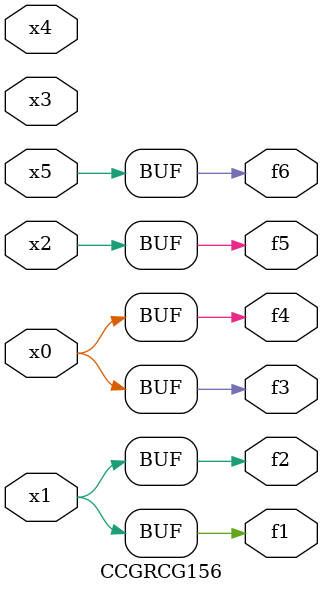
<source format=v>
module CCGRCG156(
	input x0, x1, x2, x3, x4, x5,
	output f1, f2, f3, f4, f5, f6
);
	assign f1 = x1;
	assign f2 = x1;
	assign f3 = x0;
	assign f4 = x0;
	assign f5 = x2;
	assign f6 = x5;
endmodule

</source>
